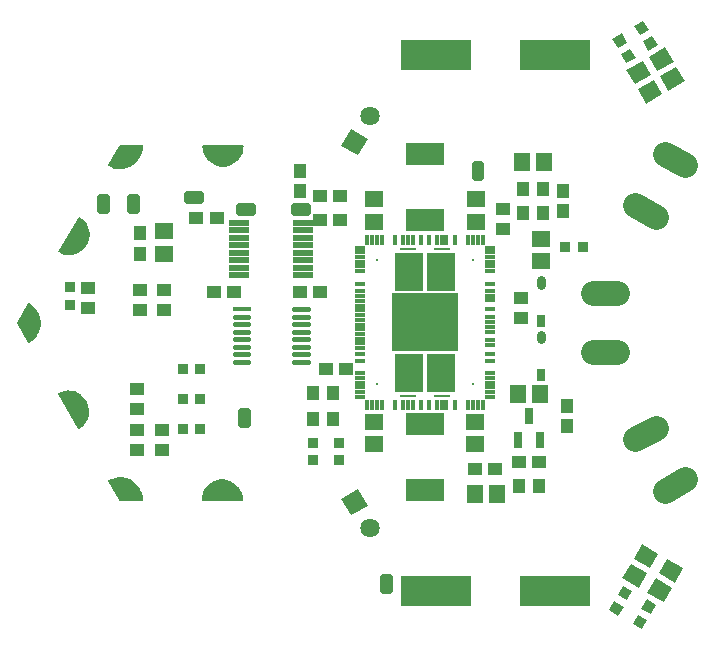
<source format=gbr>
G04 EAGLE Gerber RS-274X export*
G75*
%MOMM*%
%FSLAX34Y34*%
%LPD*%
%INSoldermask Top*%
%IPPOS*%
%AMOC8*
5,1,8,0,0,1.08239X$1,22.5*%
G01*
%ADD10R,0.901600X0.901600*%
%ADD11R,1.201600X1.101600*%
%ADD12R,1.601600X1.401600*%
%ADD13R,1.101600X1.201600*%
%ADD14C,0.605878*%
%ADD15R,0.863600X0.355600*%
%ADD16R,0.355600X0.863600*%
%ADD17R,1.371600X0.228600*%
%ADD18R,2.489200X3.200400*%
%ADD19R,0.228600X0.228600*%
%ADD20R,5.689600X4.902200*%
%ADD21R,3.301600X1.901600*%
%ADD22R,1.401600X1.601600*%
%ADD23R,5.901600X2.601600*%
%ADD24C,2.082800*%
%ADD25R,0.711600X1.361600*%
%ADD26R,0.901600X0.901600*%
%ADD27R,0.742600X1.107600*%
%ADD28C,0.742600*%
%ADD29R,1.581600X0.445600*%
%ADD30C,0.445600*%
%ADD31R,1.631600X1.631600*%
%ADD32C,1.631600*%
%ADD33R,1.701600X0.511600*%
%ADD34C,1.101600*%

G36*
X-351318Y131772D02*
X-351318Y131772D01*
X-351284Y131779D01*
X-351236Y131779D01*
X-348470Y132243D01*
X-348438Y132255D01*
X-348390Y132263D01*
X-345738Y133175D01*
X-345708Y133193D01*
X-345663Y133208D01*
X-343197Y134545D01*
X-343171Y134567D01*
X-343128Y134590D01*
X-340916Y136314D01*
X-340894Y136340D01*
X-340856Y136370D01*
X-338957Y138434D01*
X-338939Y138464D01*
X-338907Y138500D01*
X-337375Y140848D01*
X-337362Y140881D01*
X-337335Y140921D01*
X-336210Y143490D01*
X-336203Y143524D01*
X-336184Y143568D01*
X-335497Y146287D01*
X-335495Y146322D01*
X-335484Y146368D01*
X-335254Y149164D01*
X-335257Y149192D01*
X-335252Y149221D01*
X-335269Y149290D01*
X-335277Y149361D01*
X-335292Y149386D01*
X-335299Y149415D01*
X-335341Y149472D01*
X-335376Y149534D01*
X-335399Y149551D01*
X-335417Y149575D01*
X-335478Y149611D01*
X-335534Y149654D01*
X-335563Y149661D01*
X-335588Y149676D01*
X-335686Y149693D01*
X-335727Y149703D01*
X-335738Y149701D01*
X-335752Y149704D01*
X-369713Y149681D01*
X-369741Y149675D01*
X-369771Y149678D01*
X-369838Y149656D01*
X-369908Y149642D01*
X-369932Y149625D01*
X-369959Y149616D01*
X-370013Y149569D01*
X-370072Y149529D01*
X-370087Y149504D01*
X-370109Y149485D01*
X-370140Y149421D01*
X-370178Y149361D01*
X-370183Y149333D01*
X-370196Y149306D01*
X-370204Y149207D01*
X-370211Y149165D01*
X-370209Y149154D01*
X-370210Y149140D01*
X-369977Y146346D01*
X-369967Y146312D01*
X-369963Y146264D01*
X-369273Y143546D01*
X-369258Y143515D01*
X-369246Y143468D01*
X-368118Y140901D01*
X-368098Y140872D01*
X-368078Y140828D01*
X-366543Y138481D01*
X-366518Y138457D01*
X-366492Y138416D01*
X-364591Y136354D01*
X-364563Y136334D01*
X-364531Y136298D01*
X-362316Y134577D01*
X-362285Y134562D01*
X-362247Y134532D01*
X-359780Y133199D01*
X-359747Y133189D01*
X-359704Y133166D01*
X-357051Y132257D01*
X-357017Y132253D01*
X-356971Y132237D01*
X-354205Y131777D01*
X-354170Y131778D01*
X-354123Y131770D01*
X-351318Y131772D01*
G37*
G36*
X-475056Y-90465D02*
X-475056Y-90465D01*
X-474985Y-90468D01*
X-474957Y-90458D01*
X-474928Y-90456D01*
X-474838Y-90414D01*
X-474798Y-90399D01*
X-474790Y-90391D01*
X-474778Y-90385D01*
X-472474Y-88786D01*
X-472450Y-88761D01*
X-472411Y-88733D01*
X-470402Y-86776D01*
X-470382Y-86747D01*
X-470348Y-86714D01*
X-468688Y-84453D01*
X-468674Y-84422D01*
X-468645Y-84383D01*
X-467380Y-81880D01*
X-467371Y-81846D01*
X-467349Y-81803D01*
X-466514Y-79126D01*
X-466510Y-79092D01*
X-466496Y-79046D01*
X-466113Y-76267D01*
X-466115Y-76233D01*
X-466108Y-76185D01*
X-466187Y-73382D01*
X-466195Y-73348D01*
X-466196Y-73300D01*
X-466736Y-70548D01*
X-466749Y-70516D01*
X-466758Y-70468D01*
X-467743Y-67843D01*
X-467759Y-67818D01*
X-467764Y-67798D01*
X-467771Y-67788D01*
X-467779Y-67768D01*
X-469182Y-65340D01*
X-469205Y-65314D01*
X-469229Y-65273D01*
X-471014Y-63109D01*
X-471041Y-63087D01*
X-471071Y-63050D01*
X-473187Y-61209D01*
X-473218Y-61192D01*
X-473254Y-61161D01*
X-475644Y-59693D01*
X-475677Y-59682D01*
X-475718Y-59656D01*
X-478317Y-58603D01*
X-478351Y-58596D01*
X-478395Y-58578D01*
X-481132Y-57967D01*
X-481167Y-57966D01*
X-481214Y-57955D01*
X-484014Y-57803D01*
X-484049Y-57808D01*
X-484097Y-57805D01*
X-486884Y-58115D01*
X-486917Y-58126D01*
X-486965Y-58131D01*
X-489663Y-58896D01*
X-489694Y-58912D01*
X-489740Y-58925D01*
X-492276Y-60124D01*
X-492299Y-60141D01*
X-492327Y-60151D01*
X-492378Y-60200D01*
X-492435Y-60243D01*
X-492450Y-60268D01*
X-492471Y-60288D01*
X-492499Y-60353D01*
X-492535Y-60415D01*
X-492539Y-60443D01*
X-492551Y-60470D01*
X-492551Y-60541D01*
X-492560Y-60612D01*
X-492553Y-60640D01*
X-492553Y-60669D01*
X-492518Y-60762D01*
X-492507Y-60803D01*
X-492500Y-60812D01*
X-492495Y-60825D01*
X-475495Y-90225D01*
X-475475Y-90247D01*
X-475463Y-90273D01*
X-475410Y-90321D01*
X-475363Y-90374D01*
X-475337Y-90386D01*
X-475315Y-90406D01*
X-475247Y-90429D01*
X-475183Y-90459D01*
X-475154Y-90461D01*
X-475127Y-90470D01*
X-475056Y-90465D01*
G37*
G36*
X-480814Y56905D02*
X-480814Y56905D01*
X-480781Y56914D01*
X-480732Y56917D01*
X-477995Y57528D01*
X-477964Y57542D01*
X-477917Y57553D01*
X-475318Y58606D01*
X-475289Y58625D01*
X-475244Y58643D01*
X-472854Y60111D01*
X-472828Y60134D01*
X-472787Y60159D01*
X-470671Y62000D01*
X-470650Y62027D01*
X-470614Y62059D01*
X-468829Y64223D01*
X-468813Y64253D01*
X-468782Y64290D01*
X-467379Y66718D01*
X-467368Y66751D01*
X-467343Y66793D01*
X-466358Y69418D01*
X-466353Y69453D01*
X-466336Y69498D01*
X-465796Y72250D01*
X-465797Y72285D01*
X-465787Y72332D01*
X-465708Y75135D01*
X-465714Y75169D01*
X-465713Y75217D01*
X-466096Y77996D01*
X-466107Y78028D01*
X-466114Y78076D01*
X-466949Y80753D01*
X-466966Y80784D01*
X-466980Y80830D01*
X-468245Y83333D01*
X-468266Y83360D01*
X-468288Y83403D01*
X-469948Y85664D01*
X-469973Y85687D01*
X-470002Y85726D01*
X-472011Y87683D01*
X-472040Y87702D01*
X-472074Y87736D01*
X-474378Y89335D01*
X-474405Y89347D01*
X-474427Y89365D01*
X-474495Y89386D01*
X-474560Y89414D01*
X-474590Y89414D01*
X-474618Y89422D01*
X-474688Y89414D01*
X-474759Y89415D01*
X-474786Y89404D01*
X-474815Y89400D01*
X-474877Y89366D01*
X-474943Y89338D01*
X-474963Y89317D01*
X-474989Y89303D01*
X-475052Y89227D01*
X-475082Y89196D01*
X-475086Y89186D01*
X-475095Y89175D01*
X-492095Y59775D01*
X-492104Y59747D01*
X-492121Y59723D01*
X-492135Y59654D01*
X-492158Y59586D01*
X-492156Y59557D01*
X-492162Y59529D01*
X-492148Y59459D01*
X-492143Y59388D01*
X-492129Y59362D01*
X-492124Y59334D01*
X-492084Y59275D01*
X-492051Y59212D01*
X-492029Y59193D01*
X-492012Y59169D01*
X-491931Y59112D01*
X-491898Y59085D01*
X-491887Y59082D01*
X-491876Y59074D01*
X-489340Y57875D01*
X-489307Y57867D01*
X-489263Y57846D01*
X-486565Y57081D01*
X-486531Y57079D01*
X-486484Y57065D01*
X-483697Y56755D01*
X-483662Y56758D01*
X-483614Y56753D01*
X-480814Y56905D01*
G37*
G36*
X-336428Y-150979D02*
X-336428Y-150979D01*
X-336400Y-150973D01*
X-336371Y-150975D01*
X-336303Y-150953D01*
X-336234Y-150939D01*
X-336209Y-150923D01*
X-336182Y-150914D01*
X-336128Y-150867D01*
X-336070Y-150827D01*
X-336054Y-150802D01*
X-336032Y-150783D01*
X-336001Y-150719D01*
X-335963Y-150659D01*
X-335958Y-150630D01*
X-335945Y-150604D01*
X-335937Y-150505D01*
X-335930Y-150463D01*
X-335932Y-150452D01*
X-335931Y-150438D01*
X-336165Y-147643D01*
X-336174Y-147610D01*
X-336178Y-147562D01*
X-336868Y-144844D01*
X-336884Y-144812D01*
X-336895Y-144766D01*
X-338024Y-142198D01*
X-338044Y-142170D01*
X-338063Y-142126D01*
X-339598Y-139779D01*
X-339623Y-139754D01*
X-339649Y-139714D01*
X-341550Y-137652D01*
X-341578Y-137632D01*
X-341611Y-137596D01*
X-343825Y-135875D01*
X-343856Y-135860D01*
X-343894Y-135830D01*
X-346361Y-134497D01*
X-346394Y-134487D01*
X-346437Y-134464D01*
X-349090Y-133555D01*
X-349101Y-133553D01*
X-349130Y-133549D01*
X-349170Y-133535D01*
X-351936Y-133075D01*
X-351971Y-133076D01*
X-352019Y-133068D01*
X-354823Y-133070D01*
X-354857Y-133077D01*
X-354905Y-133077D01*
X-357671Y-133540D01*
X-357703Y-133553D01*
X-357751Y-133561D01*
X-360403Y-134473D01*
X-360433Y-134491D01*
X-360478Y-134506D01*
X-362944Y-135843D01*
X-362971Y-135865D01*
X-363013Y-135888D01*
X-365225Y-137612D01*
X-365248Y-137638D01*
X-365286Y-137668D01*
X-367184Y-139732D01*
X-367202Y-139762D01*
X-367234Y-139797D01*
X-368767Y-142146D01*
X-368779Y-142178D01*
X-368806Y-142219D01*
X-369931Y-144788D01*
X-369938Y-144819D01*
X-369945Y-144831D01*
X-369947Y-144841D01*
X-369957Y-144866D01*
X-370644Y-147585D01*
X-370646Y-147619D01*
X-370658Y-147666D01*
X-370887Y-150461D01*
X-370884Y-150490D01*
X-370889Y-150519D01*
X-370872Y-150588D01*
X-370864Y-150659D01*
X-370849Y-150684D01*
X-370843Y-150712D01*
X-370800Y-150769D01*
X-370765Y-150831D01*
X-370742Y-150849D01*
X-370725Y-150872D01*
X-370664Y-150909D01*
X-370607Y-150952D01*
X-370579Y-150959D01*
X-370554Y-150974D01*
X-370456Y-150990D01*
X-370414Y-151001D01*
X-370403Y-150999D01*
X-370389Y-151001D01*
X-336428Y-150979D01*
G37*
G36*
X-437733Y129862D02*
X-437733Y129862D01*
X-437701Y129871D01*
X-437654Y129872D01*
X-434649Y130485D01*
X-434618Y130499D01*
X-434572Y130508D01*
X-431705Y131595D01*
X-431677Y131613D01*
X-431633Y131630D01*
X-428977Y133163D01*
X-428952Y133185D01*
X-428911Y133208D01*
X-426536Y135147D01*
X-426515Y135174D01*
X-426478Y135203D01*
X-424445Y137498D01*
X-424428Y137527D01*
X-424397Y137562D01*
X-422758Y140154D01*
X-422746Y140186D01*
X-422721Y140225D01*
X-421519Y143046D01*
X-421512Y143079D01*
X-421493Y143122D01*
X-420760Y146099D01*
X-420758Y146133D01*
X-420747Y146179D01*
X-420500Y149235D01*
X-420503Y149263D01*
X-420499Y149292D01*
X-420515Y149361D01*
X-420524Y149432D01*
X-420538Y149457D01*
X-420545Y149485D01*
X-420587Y149543D01*
X-420623Y149605D01*
X-420646Y149622D01*
X-420663Y149645D01*
X-420724Y149682D01*
X-420781Y149725D01*
X-420809Y149732D01*
X-420834Y149747D01*
X-420933Y149763D01*
X-420974Y149774D01*
X-420985Y149772D01*
X-420998Y149774D01*
X-440038Y149751D01*
X-440113Y149736D01*
X-440189Y149728D01*
X-440210Y149716D01*
X-440232Y149712D01*
X-440296Y149668D01*
X-440363Y149630D01*
X-440379Y149610D01*
X-440396Y149599D01*
X-440420Y149561D01*
X-440469Y149502D01*
X-450008Y133025D01*
X-450018Y132998D01*
X-450034Y132974D01*
X-450049Y132904D01*
X-450072Y132837D01*
X-450070Y132808D01*
X-450076Y132779D01*
X-450062Y132709D01*
X-450057Y132638D01*
X-450043Y132613D01*
X-450038Y132584D01*
X-449998Y132525D01*
X-449965Y132462D01*
X-449943Y132443D01*
X-449927Y132419D01*
X-449845Y132362D01*
X-449812Y132335D01*
X-449802Y132332D01*
X-449790Y132324D01*
X-447020Y131009D01*
X-446987Y131001D01*
X-446945Y130981D01*
X-444000Y130128D01*
X-443966Y130125D01*
X-443921Y130112D01*
X-440877Y129742D01*
X-440844Y129745D01*
X-440797Y129739D01*
X-437733Y129862D01*
G37*
G36*
X-421101Y-151180D02*
X-421101Y-151180D01*
X-421072Y-151183D01*
X-421005Y-151161D01*
X-420935Y-151146D01*
X-420911Y-151130D01*
X-420883Y-151121D01*
X-420830Y-151074D01*
X-420771Y-151034D01*
X-420755Y-151010D01*
X-420733Y-150991D01*
X-420702Y-150927D01*
X-420663Y-150867D01*
X-420659Y-150838D01*
X-420646Y-150812D01*
X-420637Y-150713D01*
X-420630Y-150671D01*
X-420633Y-150660D01*
X-420631Y-150646D01*
X-420878Y-147590D01*
X-420888Y-147558D01*
X-420891Y-147511D01*
X-421625Y-144534D01*
X-421639Y-144503D01*
X-421650Y-144458D01*
X-422852Y-141637D01*
X-422871Y-141609D01*
X-422889Y-141566D01*
X-424528Y-138974D01*
X-424552Y-138949D01*
X-424577Y-138910D01*
X-426610Y-136615D01*
X-426637Y-136594D01*
X-426668Y-136559D01*
X-429043Y-134620D01*
X-429073Y-134604D01*
X-429109Y-134574D01*
X-431764Y-133041D01*
X-431797Y-133030D01*
X-431837Y-133007D01*
X-434704Y-131919D01*
X-434737Y-131914D01*
X-434781Y-131897D01*
X-437785Y-131284D01*
X-437819Y-131284D01*
X-437865Y-131274D01*
X-440929Y-131151D01*
X-440962Y-131156D01*
X-441009Y-131154D01*
X-444053Y-131523D01*
X-444085Y-131534D01*
X-444132Y-131539D01*
X-447077Y-132393D01*
X-447107Y-132408D01*
X-447152Y-132421D01*
X-449922Y-133735D01*
X-449945Y-133753D01*
X-449972Y-133763D01*
X-450024Y-133812D01*
X-450081Y-133855D01*
X-450096Y-133880D01*
X-450117Y-133900D01*
X-450145Y-133965D01*
X-450181Y-134027D01*
X-450185Y-134056D01*
X-450196Y-134082D01*
X-450197Y-134153D01*
X-450206Y-134224D01*
X-450198Y-134252D01*
X-450198Y-134281D01*
X-450163Y-134375D01*
X-450152Y-134415D01*
X-450145Y-134424D01*
X-450140Y-134437D01*
X-440601Y-150914D01*
X-440549Y-150972D01*
X-440504Y-151033D01*
X-440484Y-151045D01*
X-440469Y-151063D01*
X-440399Y-151096D01*
X-440333Y-151135D01*
X-440308Y-151139D01*
X-440289Y-151148D01*
X-440245Y-151150D01*
X-440169Y-151163D01*
X-421130Y-151186D01*
X-421101Y-151180D01*
G37*
G36*
X-517157Y-17765D02*
X-517157Y-17765D01*
X-517086Y-17768D01*
X-517059Y-17758D01*
X-517030Y-17756D01*
X-516939Y-17714D01*
X-516899Y-17699D01*
X-516891Y-17692D01*
X-516879Y-17686D01*
X-514355Y-15944D01*
X-514332Y-15920D01*
X-514293Y-15893D01*
X-512082Y-13769D01*
X-512063Y-13741D01*
X-512029Y-13709D01*
X-510187Y-11258D01*
X-510172Y-11227D01*
X-510144Y-11190D01*
X-508719Y-8475D01*
X-508709Y-8442D01*
X-508687Y-8401D01*
X-507716Y-5493D01*
X-507712Y-5459D01*
X-507697Y-5415D01*
X-507205Y-2388D01*
X-507207Y-2354D01*
X-507199Y-2308D01*
X-507199Y758D01*
X-507206Y791D01*
X-507205Y838D01*
X-507697Y3865D01*
X-507709Y3896D01*
X-507716Y3943D01*
X-508687Y6851D01*
X-508701Y6874D01*
X-508707Y6899D01*
X-508713Y6908D01*
X-508719Y6925D01*
X-510144Y9640D01*
X-510165Y9666D01*
X-510187Y9708D01*
X-512029Y12159D01*
X-512054Y12182D01*
X-512082Y12219D01*
X-514293Y14343D01*
X-514322Y14361D01*
X-514355Y14394D01*
X-516879Y16136D01*
X-516906Y16147D01*
X-516928Y16166D01*
X-516996Y16186D01*
X-517062Y16214D01*
X-517091Y16214D01*
X-517118Y16222D01*
X-517190Y16214D01*
X-517261Y16215D01*
X-517287Y16203D01*
X-517316Y16200D01*
X-517378Y16165D01*
X-517444Y16137D01*
X-517464Y16117D01*
X-517489Y16102D01*
X-517553Y16025D01*
X-517583Y15995D01*
X-517587Y15985D01*
X-517595Y15974D01*
X-527095Y-526D01*
X-527119Y-599D01*
X-527150Y-669D01*
X-527151Y-693D01*
X-527158Y-715D01*
X-527152Y-791D01*
X-527153Y-868D01*
X-527144Y-892D01*
X-527142Y-913D01*
X-527122Y-952D01*
X-527102Y-1004D01*
X-527101Y-1010D01*
X-527100Y-1012D01*
X-527095Y-1024D01*
X-517595Y-17524D01*
X-517576Y-17546D01*
X-517564Y-17572D01*
X-517511Y-17620D01*
X-517464Y-17673D01*
X-517438Y-17686D01*
X-517416Y-17705D01*
X-517349Y-17728D01*
X-517284Y-17759D01*
X-517255Y-17761D01*
X-517228Y-17770D01*
X-517157Y-17765D01*
G37*
D10*
X-482600Y14725D03*
X-482600Y29725D03*
D11*
X-466725Y12138D03*
X-466725Y29138D03*
D12*
X-402431Y76969D03*
X-402431Y57969D03*
D13*
X-423069Y75175D03*
X-423069Y58175D03*
D14*
X-451546Y94883D02*
X-451546Y105841D01*
X-451546Y94883D02*
X-456504Y94883D01*
X-456504Y105841D01*
X-451546Y105841D01*
X-451546Y100639D02*
X-456504Y100639D01*
X-431104Y105841D02*
X-431104Y94883D01*
X-431104Y105841D02*
X-426146Y105841D01*
X-426146Y94883D01*
X-431104Y94883D01*
X-431104Y100639D02*
X-426146Y100639D01*
X-382860Y108842D02*
X-371902Y108842D01*
X-371902Y103884D01*
X-382860Y103884D01*
X-382860Y108842D01*
X-332687Y-75072D02*
X-332687Y-86030D01*
X-337645Y-86030D01*
X-337645Y-75072D01*
X-332687Y-75072D01*
X-332687Y-80274D02*
X-337645Y-80274D01*
D15*
X-236519Y63200D03*
X-236519Y59200D03*
X-236519Y55200D03*
X-236519Y51200D03*
X-236519Y47200D03*
X-236519Y43200D03*
X-236519Y32700D03*
X-236519Y26500D03*
X-236519Y22000D03*
X-236519Y18000D03*
X-236519Y14000D03*
X-236519Y10000D03*
X-236519Y6000D03*
X-236519Y2000D03*
X-236519Y-2000D03*
X-236519Y-6000D03*
X-236519Y-10000D03*
X-236519Y-14000D03*
X-236519Y-18000D03*
X-236519Y-22000D03*
X-236519Y-26500D03*
X-236519Y-32700D03*
X-236519Y-43200D03*
X-236519Y-47200D03*
X-236519Y-51200D03*
X-236519Y-55200D03*
X-236519Y-59200D03*
X-236519Y-63200D03*
D16*
X-231069Y-69750D03*
X-226369Y-69750D03*
X-222369Y-69750D03*
X-218369Y-69750D03*
X-206869Y-69750D03*
X-199969Y-69750D03*
X-195969Y-69750D03*
X-191869Y-69750D03*
X-184969Y-69750D03*
X-178569Y-69750D03*
X-171669Y-69750D03*
X-167569Y-69750D03*
X-163569Y-69750D03*
X-156669Y-69750D03*
X-145169Y-69750D03*
X-141169Y-69750D03*
X-137169Y-69750D03*
X-132469Y-69750D03*
D15*
X-127019Y-63200D03*
X-127019Y-59200D03*
X-127019Y-55200D03*
X-127019Y-51200D03*
X-127019Y-47200D03*
X-127019Y-43200D03*
X-127019Y-32700D03*
X-127019Y-26500D03*
X-127019Y-19300D03*
X-127019Y-15300D03*
X-127019Y-8000D03*
X-127019Y-4000D03*
X-127019Y0D03*
X-127019Y4000D03*
X-127019Y11300D03*
X-127019Y18500D03*
X-127019Y22500D03*
X-127019Y26500D03*
X-127019Y32700D03*
X-127019Y43200D03*
X-127019Y47200D03*
X-127019Y51200D03*
X-127019Y55200D03*
X-127019Y59200D03*
X-127019Y63200D03*
D16*
X-132469Y69750D03*
X-137169Y69750D03*
X-141169Y69750D03*
X-145169Y69750D03*
X-156669Y69750D03*
X-163569Y69750D03*
X-167569Y69750D03*
X-171669Y69750D03*
X-178569Y69750D03*
X-184969Y69750D03*
X-191869Y69750D03*
X-195969Y69750D03*
X-199969Y69750D03*
X-206869Y69750D03*
X-218369Y69750D03*
X-222369Y69750D03*
X-226369Y69750D03*
X-231069Y69750D03*
D17*
X-195969Y-62058D03*
D18*
X-167969Y42600D03*
D19*
X-140919Y52600D03*
X-222619Y-52600D03*
D18*
X-195569Y42600D03*
X-195569Y-42600D03*
D20*
X-181769Y0D03*
D17*
X-167569Y62058D03*
X-195969Y62058D03*
X-167569Y-62058D03*
D18*
X-167969Y-42600D03*
D19*
X-140919Y-52600D03*
X-222619Y52600D03*
D21*
X-181769Y-142300D03*
X-181769Y-86300D03*
X-181769Y142300D03*
X-181769Y86300D03*
D13*
X-98988Y112713D03*
X-81988Y112713D03*
X-287338Y111356D03*
X-287338Y128356D03*
D11*
X-265675Y-39688D03*
X-248675Y-39688D03*
D13*
X-65088Y110894D03*
X-65088Y93894D03*
D11*
X-85163Y-118269D03*
X-102163Y-118269D03*
D13*
X-61119Y-70875D03*
X-61119Y-87875D03*
D11*
X-270438Y107156D03*
X-253438Y107156D03*
D22*
X-103163Y-61119D03*
X-84163Y-61119D03*
X-80988Y135731D03*
X-99988Y135731D03*
D12*
X-224631Y-84163D03*
X-224631Y-103163D03*
X-139700Y-84163D03*
X-139700Y-103163D03*
X-138906Y84956D03*
X-138906Y103956D03*
X-224631Y84956D03*
X-224631Y103956D03*
D23*
X-71738Y226219D03*
X-172738Y226219D03*
X-71738Y-227806D03*
X-172738Y-227806D03*
D24*
X-39275Y-25146D02*
X-19463Y-25146D01*
X-19463Y25146D02*
X-39275Y25146D01*
X38614Y-132712D02*
X21457Y-142618D01*
X-3689Y-99063D02*
X13468Y-89157D01*
X13468Y89157D02*
X-3689Y99063D01*
X21457Y142618D02*
X38614Y132712D01*
D25*
X-103163Y-99644D03*
X-84163Y-99644D03*
X-93663Y-79744D03*
D10*
X-254794Y-102038D03*
X-254794Y-117038D03*
D22*
G36*
X6299Y-212644D02*
X-709Y-224782D01*
X-14579Y-216774D01*
X-7571Y-204636D01*
X6299Y-212644D01*
G37*
G36*
X15799Y-196189D02*
X8791Y-208327D01*
X-5079Y-200319D01*
X1929Y-188181D01*
X15799Y-196189D01*
G37*
D26*
G36*
X-10581Y-235591D02*
X-18389Y-231083D01*
X-13881Y-223275D01*
X-6073Y-227783D01*
X-10581Y-235591D01*
G37*
G36*
X-18081Y-248581D02*
X-25889Y-244073D01*
X-21381Y-236265D01*
X-13573Y-240773D01*
X-18081Y-248581D01*
G37*
D10*
X-63063Y63500D03*
X-48063Y63500D03*
D27*
X-83344Y-44825D03*
D28*
X-83344Y-14150D02*
X-83344Y-10500D01*
D27*
X-83344Y1213D03*
D28*
X-83344Y31888D02*
X-83344Y35538D01*
D10*
X-276225Y-102038D03*
X-276225Y-117038D03*
D13*
X-259788Y-81756D03*
X-276788Y-81756D03*
X-259788Y-60325D03*
X-276788Y-60325D03*
X-81988Y92075D03*
X-98988Y92075D03*
D11*
X-100806Y3406D03*
X-100806Y20406D03*
D22*
G36*
X27411Y-224947D02*
X20403Y-237085D01*
X6533Y-229077D01*
X13541Y-216939D01*
X27411Y-224947D01*
G37*
G36*
X36911Y-208492D02*
X29903Y-220630D01*
X16033Y-212622D01*
X23041Y-200484D01*
X36911Y-208492D01*
G37*
D26*
G36*
X9262Y-246916D02*
X1454Y-242408D01*
X5962Y-234600D01*
X13770Y-239108D01*
X9262Y-246916D01*
G37*
G36*
X1762Y-259906D02*
X-6046Y-255398D01*
X-1538Y-247590D01*
X6270Y-252098D01*
X1762Y-259906D01*
G37*
D22*
G36*
X-4212Y201354D02*
X-11220Y213492D01*
X2650Y221500D01*
X9658Y209362D01*
X-4212Y201354D01*
G37*
G36*
X5288Y184900D02*
X-1720Y197038D01*
X12150Y205046D01*
X19158Y192908D01*
X5288Y184900D01*
G37*
D26*
G36*
X-15661Y227036D02*
X-7853Y231544D01*
X-3345Y223736D01*
X-11153Y219228D01*
X-15661Y227036D01*
G37*
G36*
X-23161Y240027D02*
X-15353Y244535D01*
X-10845Y236727D01*
X-18653Y232219D01*
X-23161Y240027D01*
G37*
D22*
G36*
X14838Y212467D02*
X7830Y224605D01*
X21700Y232613D01*
X28708Y220475D01*
X14838Y212467D01*
G37*
G36*
X24338Y196012D02*
X17330Y208150D01*
X31200Y216158D01*
X38208Y204020D01*
X24338Y196012D01*
G37*
D26*
G36*
X2936Y237830D02*
X10744Y242338D01*
X15252Y234530D01*
X7444Y230022D01*
X2936Y237830D01*
G37*
G36*
X-4564Y250820D02*
X3244Y255328D01*
X7752Y247520D01*
X-56Y243012D01*
X-4564Y250820D01*
G37*
D29*
X-337024Y11108D03*
D30*
X-342704Y4758D02*
X-331344Y4758D01*
X-331344Y-1593D02*
X-342704Y-1593D01*
X-342704Y-7943D02*
X-331344Y-7943D01*
X-331344Y-14293D02*
X-342704Y-14293D01*
X-342704Y-20643D02*
X-331344Y-20643D01*
X-331344Y-26993D02*
X-342704Y-26993D01*
X-342704Y-33343D02*
X-331344Y-33343D01*
X-292544Y-33343D02*
X-281184Y-33343D01*
X-281184Y-26993D02*
X-292544Y-26993D01*
X-292544Y-20643D02*
X-281184Y-20643D01*
X-281184Y-14293D02*
X-292544Y-14293D01*
X-292544Y-7943D02*
X-281184Y-7943D01*
X-281184Y-1593D02*
X-292544Y-1593D01*
X-292544Y4758D02*
X-281184Y4758D01*
X-281184Y11108D02*
X-292544Y11108D01*
D11*
X-270438Y86519D03*
X-253438Y86519D03*
X-343131Y25400D03*
X-360131Y25400D03*
X-287900Y25400D03*
X-270900Y25400D03*
X-358213Y88106D03*
X-375213Y88106D03*
D31*
G36*
X-244286Y-163544D02*
X-252444Y-149414D01*
X-238314Y-141256D01*
X-230156Y-155386D01*
X-244286Y-163544D01*
G37*
D32*
X-228600Y-174397D03*
D31*
G36*
X-230156Y155386D02*
X-238314Y141256D01*
X-252444Y149414D01*
X-244286Y163544D01*
X-230156Y155386D01*
G37*
D32*
X-228600Y174397D03*
D11*
X-122469Y-124619D03*
X-139469Y-124619D03*
D22*
X-120675Y-145256D03*
X-139675Y-145256D03*
D13*
X-85163Y-138906D03*
X-102163Y-138906D03*
D11*
X-115888Y95813D03*
X-115888Y78813D03*
D12*
X-83344Y70619D03*
X-83344Y51619D03*
D33*
X-338944Y84133D03*
X-338944Y77783D03*
X-338944Y71433D03*
X-338944Y65093D03*
X-338944Y58733D03*
X-338944Y52393D03*
X-338944Y46043D03*
X-338944Y39693D03*
X-284944Y39693D03*
X-284944Y46043D03*
X-284944Y52393D03*
X-284944Y58733D03*
X-284944Y65093D03*
X-284944Y71433D03*
X-284944Y77783D03*
X-284944Y84133D03*
D34*
X-518663Y-775D03*
X-436037Y142324D03*
X-477563Y-71775D03*
X-477163Y70725D03*
X-352701Y142247D03*
X-436169Y-143736D03*
X-353440Y-143545D03*
D11*
X-425450Y-91513D03*
X-425450Y-108513D03*
D10*
X-386913Y-65088D03*
X-371913Y-65088D03*
D11*
X-425450Y-56588D03*
X-425450Y-73588D03*
D10*
X-386913Y-39688D03*
X-371913Y-39688D03*
D11*
X-404813Y-91513D03*
X-404813Y-108513D03*
D10*
X-386913Y-90488D03*
X-371913Y-90488D03*
D11*
X-423069Y27550D03*
X-423069Y10550D03*
X-402431Y27550D03*
X-402431Y10550D03*
D14*
X-217585Y-215977D02*
X-217585Y-226935D01*
X-217585Y-215977D02*
X-212627Y-215977D01*
X-212627Y-226935D01*
X-217585Y-226935D01*
X-217585Y-221179D02*
X-212627Y-221179D01*
X-134840Y123109D02*
X-134840Y134067D01*
X-134840Y123109D02*
X-139798Y123109D01*
X-139798Y134067D01*
X-134840Y134067D01*
X-134840Y128865D02*
X-139798Y128865D01*
X-327896Y93565D02*
X-338854Y93565D01*
X-338854Y98523D01*
X-327896Y98523D01*
X-327896Y93565D01*
X-292817Y93565D02*
X-281859Y93565D01*
X-292817Y93565D02*
X-292817Y98523D01*
X-281859Y98523D01*
X-281859Y93565D01*
M02*

</source>
